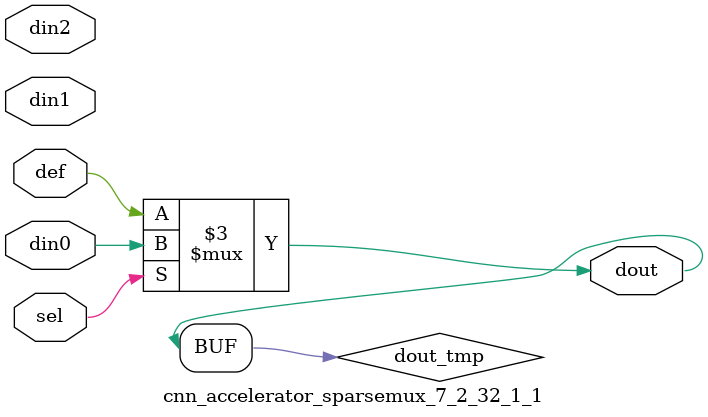
<source format=v>
`timescale 1ns / 1ps

module cnn_accelerator_sparsemux_7_2_32_1_1 (din0,din1,din2,def,sel,dout);

parameter din0_WIDTH = 1;

parameter din1_WIDTH = 1;

parameter din2_WIDTH = 1;

parameter def_WIDTH = 1;
parameter sel_WIDTH = 1;
parameter dout_WIDTH = 1;

parameter [sel_WIDTH-1:0] CASE0 = 1;

parameter [sel_WIDTH-1:0] CASE1 = 1;

parameter [sel_WIDTH-1:0] CASE2 = 1;

parameter ID = 1;
parameter NUM_STAGE = 1;



input [din0_WIDTH-1:0] din0;

input [din1_WIDTH-1:0] din1;

input [din2_WIDTH-1:0] din2;

input [def_WIDTH-1:0] def;
input [sel_WIDTH-1:0] sel;

output [dout_WIDTH-1:0] dout;



reg [dout_WIDTH-1:0] dout_tmp;


always @ (*) begin
(* parallel_case *) case (sel)
    
    CASE0 : dout_tmp = din0;
    
    CASE1 : dout_tmp = din1;
    
    CASE2 : dout_tmp = din2;
    
    default : dout_tmp = def;
endcase
end


assign dout = dout_tmp;



endmodule

</source>
